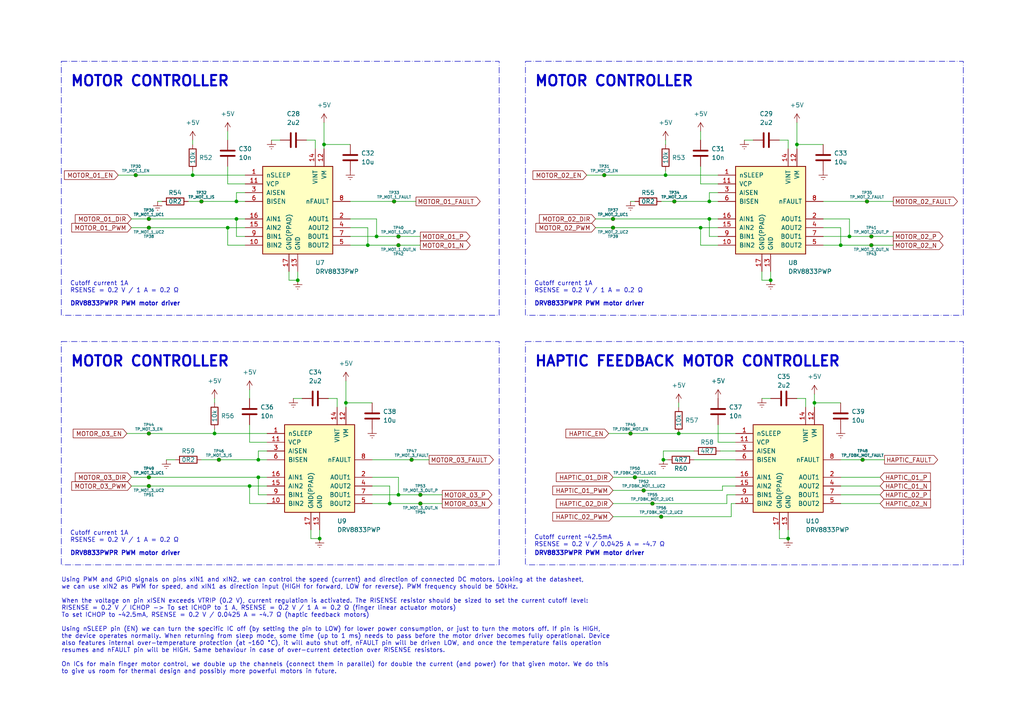
<source format=kicad_sch>
(kicad_sch (version 20230121) (generator eeschema)
  (paper "A4")
  (title_block (title "OpenHand prosthetic hand controller project") (date "2024-01-31") (rev "v1.0") (comment 1 "Aleksa Heler"))
  (lib_symbols
    (symbol "Connector:TestPoint_Small" (pin_numbers hide) (pin_names (offset 0.762) hide)
      (property "Reference" "TP" (at 0 3.81 0))
      (property "Value" "TestPoint_Small" (at 0 2.032 0))
      (symbol "TestPoint_Small_0_1"
        (circle (center 0 0) (radius 0.508))
      )
      (symbol "TestPoint_Small_1_1"
        (pin passive line (at 0 0 90) (length 0) (name "1") (number "1"))
      )
    )
    (symbol "Device:C" (pin_numbers hide) (pin_names (offset 0.254))
      (property "Reference" "C" (at 0.635 2.54 0))
      (property "Value" "C" (at 0.635 -2.54 0))
      (symbol "C_0_1"
        (polyline (pts (xy -2.032 -0.762) (xy 2.032 -0.762)) (stroke (width 0.508)))
        (polyline (pts (xy -2.032 0.762) (xy 2.032 0.762)) (stroke (width 0.508)))
      )
      (symbol "C_1_1"
        (pin passive line (at 0 3.81 270) (length 2.794) (name "~") (number "1"))
        (pin passive line (at 0 -3.81 90) (length 2.794) (name "~") (number "2"))
      )
    )
    (symbol "Device:R" (pin_numbers hide) (pin_names (offset 0))
      (property "Reference" "R" (at 2.032 0 90))
      (property "Value" "R" (at 0 0 90))
      (symbol "R_0_1"
        (rectangle (start -1.016 -2.54) (end 1.016 2.54) (stroke (width 0.254)))
      )
      (symbol "R_1_1"
        (pin passive line (at 0 3.81 270) (length 1.27) (name "~") (number "1"))
        (pin passive line (at 0 -3.81 90) (length 1.27) (name "~") (number "2"))
      )
    )
    (symbol "Driver_Motor:DRV8833PWP" (pin_names (offset 1.016))
      (property "Reference" "U" (at -3.81 16.51 0))
      (property "Value" "DRV8833PWP" (at -3.81 13.97 0))
      (symbol "DRV8833PWP_0_1"
        (rectangle (start -10.16 12.7) (end 10.16 -12.7) (stroke (width 0.254)) (fill (type background)))
      )
      (symbol "DRV8833PWP_1_1"
        (pin input line (at -15.24 10.16 0) (length 5.08) (name "nSLEEP") (number "1"))
        (pin input line (at -15.24 -10.16 0) (length 5.08) (name "BIN2") (number "10"))
        (pin bidirectional line (at -15.24 7.62 0) (length 5.08) (name "VCP") (number "11"))
        (pin power_in line (at 7.62 17.78 270) (length 5.08) (name "VM") (number "12"))
        (pin power_in line (at 0 -17.78 90) (length 5.08) (name "GND") (number "13"))
        (pin power_in line (at 5.08 17.78 270) (length 5.08) (name "VINT") (number "14"))
        (pin input line (at -15.24 -5.08 0) (length 5.08) (name "AIN2") (number "15"))
        (pin input line (at -15.24 -2.54 0) (length 5.08) (name "AIN1") (number "16"))
        (pin power_in line (at -2.54 -17.78 90) (length 5.08) (name "GND(PPAD)") (number "17"))
        (pin power_out line (at 15.24 -2.54 180) (length 5.08) (name "AOUT1") (number "2"))
        (pin bidirectional line (at -15.24 5.08 0) (length 5.08) (name "AISEN") (number "3"))
        (pin power_out line (at 15.24 -5.08 180) (length 5.08) (name "AOUT2") (number "4"))
        (pin power_out line (at 15.24 -10.16 180) (length 5.08) (name "BOUT2") (number "5"))
        (pin bidirectional line (at -15.24 2.54 0) (length 5.08) (name "BISEN") (number "6"))
        (pin power_out line (at 15.24 -7.62 180) (length 5.08) (name "BOUT1") (number "7"))
        (pin open_collector line (at 15.24 2.54 180) (length 5.08) (name "nFAULT") (number "8"))
        (pin input line (at -15.24 -7.62 0) (length 5.08) (name "BIN1") (number "9"))
      )
    )
    (symbol "power:+5V" (power) (pin_names (offset 0))
      (property "Value" "+5V" (at 0 3.556 0))
      (symbol "+5V_0_1"
        (polyline (pts (xy -0.762 1.27) (xy 0 2.54)))
        (polyline (pts (xy 0 0) (xy 0 2.54)))
        (polyline (pts (xy 0 2.54) (xy 0.762 1.27)))
      )
      (symbol "+5V_1_1"
        (pin power_in line (at 0 0 90) (length 0) hide (name "+5V") (number "1"))
      )
    )
    (symbol "power:Earth" (power) (pin_names (offset 0))
      (symbol "Earth_0_1"
        (polyline (pts (xy -0.635 -1.905) (xy 0.635 -1.905)))
        (polyline (pts (xy -0.127 -2.54) (xy 0.127 -2.54)))
        (polyline (pts (xy 0 -1.27) (xy 0 0)))
        (polyline (pts (xy 1.27 -1.27) (xy -1.27 -1.27)))
      )
      (symbol "Earth_1_1"
        (pin power_in line (at 0 0 270) (length 0) hide (name "Earth") (number "1"))
      )
    )
  )
  (junction (at 74.93 138.43))
  (junction (at 193.04 50.8))
  (junction (at 115.57 68.58))
  (junction (at 115.57 71.12))
  (junction (at 205.74 63.5))
  (junction (at 251.46 58.42))
  (junction (at 93.98 41.91))
  (junction (at 191.77 149.86))
  (junction (at 175.26 50.8))
  (junction (at 177.8 66.04))
  (junction (at 68.58 58.42))
  (junction (at 62.23 125.73))
  (junction (at 43.18 66.04))
  (junction (at 192.405 133.35))
  (junction (at 252.73 71.12))
  (junction (at 74.93 133.35))
  (junction (at 55.88 50.8))
  (junction (at 114.3 58.42))
  (junction (at 121.92 143.51))
  (junction (at 205.74 58.42))
  (junction (at 121.92 146.05))
  (junction (at 184.15 138.43))
  (junction (at 250.19 133.35))
  (junction (at 63.5 133.35))
  (junction (at 196.85 125.73))
  (junction (at 243.84 71.12))
  (junction (at 246.38 68.58))
  (junction (at 72.39 140.97))
  (junction (at 113.03 146.05))
  (junction (at 58.42 58.42))
  (junction (at 86.36 81.28))
  (junction (at 195.58 58.42))
  (junction (at 189.23 146.05))
  (junction (at 109.22 68.58))
  (junction (at 43.18 63.5))
  (junction (at 231.14 41.91))
  (junction (at 186.69 142.24))
  (junction (at 252.73 68.58))
  (junction (at 43.18 140.97))
  (junction (at 43.18 138.43))
  (junction (at 43.18 125.73))
  (junction (at 182.88 125.73))
  (junction (at 39.37 50.8))
  (junction (at 119.38 133.35))
  (junction (at 68.58 63.5))
  (junction (at 115.57 143.51))
  (junction (at 223.52 81.28))
  (junction (at 100.33 116.84))
  (junction (at 203.2 66.04))
  (junction (at 92.71 156.21))
  (junction (at 66.04 66.04))
  (junction (at 177.8 63.5))
  (junction (at 236.22 116.84))
  (junction (at 106.68 71.12))
  (junction (at 228.6 156.21))
  (wire (pts (xy 203.2 66.04) (xy 203.2 71.12)))
  (wire (pts (xy 106.68 71.12) (xy 115.57 71.12)))
  (wire (pts (xy 63.5 133.35) (xy 74.93 133.35)))
  (wire (pts (xy 106.68 71.12) (xy 101.6 71.12)))
  (wire (pts (xy 66.04 53.34) (xy 71.12 53.34)))
  (wire (pts (xy 68.58 68.58) (xy 71.12 68.58)))
  (wire (pts (xy 209.55 142.24) (xy 209.55 140.97)))
  (wire (pts (xy 66.04 38.1) (xy 66.04 40.64)))
  (wire (pts (xy 71.12 66.04) (xy 66.04 66.04)))
  (wire (pts (xy 86.36 78.74) (xy 86.36 81.28)))
  (wire (pts (xy 106.68 66.04) (xy 106.68 71.12)))
  (wire (pts (xy 201.295 133.35) (xy 213.36 133.35)))
  (wire (pts (xy 107.95 143.51) (xy 115.57 143.51)))
  (wire (pts (xy 175.26 50.8) (xy 193.04 50.8)))
  (wire (pts (xy 191.77 149.86) (xy 212.09 149.86)))
  (wire (pts (xy 205.74 55.88) (xy 205.74 58.42)))
  (wire (pts (xy 233.68 115.57) (xy 233.68 118.11)))
  (wire (pts (xy 205.74 58.42) (xy 208.28 58.42)))
  (wire (pts (xy 113.03 140.97) (xy 113.03 146.05)))
  (wire (pts (xy 38.1 63.5) (xy 43.18 63.5)))
  (wire (pts (xy 177.8 146.05) (xy 189.23 146.05)))
  (wire (pts (xy 107.95 133.35) (xy 119.38 133.35)))
  (wire (pts (xy 85.09 115.57) (xy 87.63 115.57)))
  (wire (pts (xy 43.18 63.5) (xy 68.58 63.5)))
  (wire (pts (xy 238.76 66.04) (xy 243.84 66.04)))
  (wire (pts (xy 210.82 143.51) (xy 210.82 146.05)))
  (wire (pts (xy 115.57 71.12) (xy 121.92 71.12)))
  (wire (pts (xy 170.18 50.8) (xy 175.26 50.8)))
  (wire (pts (xy 114.3 58.42) (xy 120.65 58.42)))
  (wire (pts (xy 115.57 68.58) (xy 121.92 68.58)))
  (wire (pts (xy 83.82 81.28) (xy 86.36 81.28)))
  (wire (pts (xy 193.04 40.64) (xy 193.04 41.91)))
  (wire (pts (xy 54.61 58.42) (xy 58.42 58.42)))
  (wire (pts (xy 93.98 41.91) (xy 93.98 43.18)))
  (wire (pts (xy 38.1 140.97) (xy 43.18 140.97)))
  (wire (pts (xy 203.2 53.34) (xy 208.28 53.34)))
  (wire (pts (xy 66.04 48.26) (xy 66.04 53.34)))
  (wire (pts (xy 215.9 40.64) (xy 218.44 40.64)))
  (wire (pts (xy 68.58 63.5) (xy 68.58 68.58)))
  (wire (pts (xy 93.98 35.56) (xy 93.98 41.91)))
  (wire (pts (xy 101.6 66.04) (xy 106.68 66.04)))
  (wire (pts (xy 220.98 78.74) (xy 220.98 81.28)))
  (wire (pts (xy 209.55 140.97) (xy 213.36 140.97)))
  (wire (pts (xy 208.28 123.19) (xy 208.28 128.27)))
  (wire (pts (xy 107.95 140.97) (xy 113.03 140.97)))
  (wire (pts (xy 101.6 68.58) (xy 109.22 68.58)))
  (wire (pts (xy 182.88 58.42) (xy 184.15 58.42)))
  (wire (pts (xy 208.915 130.81) (xy 213.36 130.81)))
  (wire (pts (xy 186.69 142.24) (xy 209.55 142.24)))
  (wire (pts (xy 109.22 68.58) (xy 115.57 68.58)))
  (wire (pts (xy 192.405 133.35) (xy 193.675 133.35)))
  (wire (pts (xy 251.46 58.42) (xy 259.08 58.42)))
  (wire (pts (xy 176.53 125.73) (xy 182.88 125.73)))
  (wire (pts (xy 72.39 113.03) (xy 72.39 115.57)))
  (wire (pts (xy 220.98 115.57) (xy 223.52 115.57)))
  (wire (pts (xy 74.93 133.35) (xy 77.47 133.35)))
  (wire (pts (xy 177.8 63.5) (xy 205.74 63.5)))
  (wire (pts (xy 236.22 116.84) (xy 243.84 116.84)))
  (wire (pts (xy 226.06 153.67) (xy 226.06 156.21)))
  (wire (pts (xy 246.38 68.58) (xy 252.73 68.58)))
  (wire (pts (xy 231.14 41.91) (xy 231.14 43.18)))
  (wire (pts (xy 71.12 63.5) (xy 68.58 63.5)))
  (wire (pts (xy 228.6 153.67) (xy 228.6 156.21)))
  (wire (pts (xy 226.06 156.21) (xy 228.6 156.21)))
  (wire (pts (xy 74.93 138.43) (xy 74.93 143.51)))
  (wire (pts (xy 55.88 40.64) (xy 55.88 41.91)))
  (wire (pts (xy 246.38 63.5) (xy 246.38 68.58)))
  (wire (pts (xy 184.15 138.43) (xy 213.36 138.43)))
  (wire (pts (xy 62.23 125.73) (xy 77.47 125.73)))
  (wire (pts (xy 113.03 146.05) (xy 121.92 146.05)))
  (wire (pts (xy 203.2 48.26) (xy 203.2 53.34)))
  (wire (pts (xy 205.74 63.5) (xy 208.28 63.5)))
  (wire (pts (xy 203.2 38.1) (xy 203.2 40.64)))
  (wire (pts (xy 172.72 63.5) (xy 177.8 63.5)))
  (wire (pts (xy 223.52 78.74) (xy 223.52 81.28)))
  (wire (pts (xy 77.47 130.81) (xy 74.93 130.81)))
  (wire (pts (xy 58.42 58.42) (xy 68.58 58.42)))
  (wire (pts (xy 192.405 130.81) (xy 192.405 133.35)))
  (wire (pts (xy 177.8 142.24) (xy 186.69 142.24)))
  (wire (pts (xy 43.18 125.73) (xy 62.23 125.73)))
  (wire (pts (xy 238.76 63.5) (xy 246.38 63.5)))
  (wire (pts (xy 220.98 81.28) (xy 223.52 81.28)))
  (wire (pts (xy 177.8 66.04) (xy 203.2 66.04)))
  (wire (pts (xy 231.14 41.91) (xy 238.76 41.91)))
  (wire (pts (xy 43.18 140.97) (xy 72.39 140.97)))
  (wire (pts (xy 203.2 66.04) (xy 208.28 66.04)))
  (wire (pts (xy 193.04 49.53) (xy 193.04 50.8)))
  (wire (pts (xy 101.6 58.42) (xy 114.3 58.42)))
  (wire (pts (xy 243.84 66.04) (xy 243.84 71.12)))
  (wire (pts (xy 243.84 71.12) (xy 238.76 71.12)))
  (wire (pts (xy 43.18 138.43) (xy 74.93 138.43)))
  (wire (pts (xy 48.26 133.35) (xy 50.8 133.35)))
  (wire (pts (xy 43.18 66.04) (xy 66.04 66.04)))
  (wire (pts (xy 100.33 110.49) (xy 100.33 116.84)))
  (wire (pts (xy 231.14 35.56) (xy 231.14 41.91)))
  (wire (pts (xy 71.12 55.88) (xy 68.58 55.88)))
  (wire (pts (xy 250.19 133.35) (xy 256.54 133.35)))
  (wire (pts (xy 252.73 68.58) (xy 259.08 68.58)))
  (wire (pts (xy 236.22 116.84) (xy 236.22 118.11)))
  (wire (pts (xy 121.92 146.05) (xy 128.27 146.05)))
  (wire (pts (xy 55.88 49.53) (xy 55.88 50.8)))
  (wire (pts (xy 62.23 124.46) (xy 62.23 125.73)))
  (wire (pts (xy 58.42 133.35) (xy 63.5 133.35)))
  (wire (pts (xy 39.37 50.8) (xy 55.88 50.8)))
  (wire (pts (xy 74.93 130.81) (xy 74.93 133.35)))
  (wire (pts (xy 38.1 138.43) (xy 43.18 138.43)))
  (wire (pts (xy 83.82 78.74) (xy 83.82 81.28)))
  (wire (pts (xy 100.33 116.84) (xy 107.95 116.84)))
  (wire (pts (xy 97.79 115.57) (xy 97.79 118.11)))
  (wire (pts (xy 100.33 116.84) (xy 100.33 118.11)))
  (wire (pts (xy 236.22 114.3) (xy 236.22 116.84)))
  (wire (pts (xy 92.71 153.67) (xy 92.71 156.21)))
  (wire (pts (xy 252.73 71.12) (xy 259.08 71.12)))
  (wire (pts (xy 78.74 40.64) (xy 81.28 40.64)))
  (wire (pts (xy 107.95 138.43) (xy 115.57 138.43)))
  (wire (pts (xy 177.8 138.43) (xy 184.15 138.43)))
  (wire (pts (xy 243.84 140.97) (xy 255.27 140.97)))
  (wire (pts (xy 93.98 41.91) (xy 101.6 41.91)))
  (wire (pts (xy 72.39 123.19) (xy 72.39 128.27)))
  (wire (pts (xy 243.84 146.05) (xy 255.27 146.05)))
  (wire (pts (xy 193.04 50.8) (xy 208.28 50.8)))
  (wire (pts (xy 72.39 128.27) (xy 77.47 128.27)))
  (wire (pts (xy 121.92 143.51) (xy 128.27 143.51)))
  (wire (pts (xy 55.88 50.8) (xy 71.12 50.8)))
  (wire (pts (xy 231.14 115.57) (xy 233.68 115.57)))
  (wire (pts (xy 77.47 138.43) (xy 74.93 138.43)))
  (wire (pts (xy 205.74 63.5) (xy 205.74 68.58)))
  (wire (pts (xy 189.23 146.05) (xy 210.82 146.05)))
  (wire (pts (xy 36.83 125.73) (xy 43.18 125.73)))
  (wire (pts (xy 243.84 133.35) (xy 250.19 133.35)))
  (wire (pts (xy 182.88 125.73) (xy 196.85 125.73)))
  (wire (pts (xy 66.04 66.04) (xy 66.04 71.12)))
  (wire (pts (xy 201.295 130.81) (xy 192.405 130.81)))
  (wire (pts (xy 177.8 149.86) (xy 191.77 149.86)))
  (wire (pts (xy 243.84 138.43) (xy 255.27 138.43)))
  (wire (pts (xy 90.17 156.21) (xy 92.71 156.21)))
  (wire (pts (xy 45.72 58.42) (xy 46.99 58.42)))
  (wire (pts (xy 243.84 71.12) (xy 252.73 71.12)))
  (wire (pts (xy 119.38 133.35) (xy 124.46 133.35)))
  (wire (pts (xy 203.2 71.12) (xy 208.28 71.12)))
  (wire (pts (xy 115.57 138.43) (xy 115.57 143.51)))
  (wire (pts (xy 195.58 58.42) (xy 205.74 58.42)))
  (wire (pts (xy 72.39 146.05) (xy 77.47 146.05)))
  (wire (pts (xy 77.47 140.97) (xy 72.39 140.97)))
  (wire (pts (xy 238.76 68.58) (xy 246.38 68.58)))
  (wire (pts (xy 208.28 55.88) (xy 205.74 55.88)))
  (wire (pts (xy 196.85 116.84) (xy 196.85 118.11)))
  (wire (pts (xy 243.84 143.51) (xy 255.27 143.51)))
  (wire (pts (xy 74.93 143.51) (xy 77.47 143.51)))
  (wire (pts (xy 191.77 58.42) (xy 195.58 58.42)))
  (wire (pts (xy 62.23 115.57) (xy 62.23 116.84)))
  (wire (pts (xy 101.6 63.5) (xy 109.22 63.5)))
  (wire (pts (xy 109.22 68.58) (xy 109.22 63.5)))
  (wire (pts (xy 34.29 50.8) (xy 39.37 50.8)))
  (wire (pts (xy 91.44 40.64) (xy 91.44 43.18)))
  (wire (pts (xy 212.09 146.05) (xy 213.36 146.05)))
  (wire (pts (xy 38.1 66.04) (xy 43.18 66.04)))
  (wire (pts (xy 68.58 58.42) (xy 71.12 58.42)))
  (wire (pts (xy 115.57 143.51) (xy 121.92 143.51)))
  (wire (pts (xy 205.74 68.58) (xy 208.28 68.58)))
  (wire (pts (xy 90.17 153.67) (xy 90.17 156.21)))
  (wire (pts (xy 213.36 143.51) (xy 210.82 143.51)))
  (wire (pts (xy 212.09 146.05) (xy 212.09 149.86)))
  (wire (pts (xy 238.76 58.42) (xy 251.46 58.42)))
  (wire (pts (xy 95.25 115.57) (xy 97.79 115.57)))
  (wire (pts (xy 66.04 71.12) (xy 71.12 71.12)))
  (wire (pts (xy 72.39 140.97) (xy 72.39 146.05)))
  (wire (pts (xy 113.03 146.05) (xy 107.95 146.05)))
  (wire (pts (xy 88.9 40.64) (xy 91.44 40.64)))
  (wire (pts (xy 172.72 66.04) (xy 177.8 66.04)))
  (wire (pts (xy 68.58 55.88) (xy 68.58 58.42)))
  (wire (pts (xy 196.85 125.73) (xy 213.36 125.73)))
  (wire (pts (xy 208.28 128.27) (xy 213.36 128.27)))
  (wire (pts (xy 228.6 40.64) (xy 228.6 43.18)))
  (wire (pts (xy 226.06 40.64) (xy 228.6 40.64)))
  (rectangle (start 17.78 99.06) (end 144.78 163.83) (stroke (width 0) (type dash_dot)))
  (rectangle (start 17.78 17.78) (end 144.78 91.44) (stroke (width 0) (type dash_dot)))
  (rectangle (start 152.4 99.06) (end 279.4 163.83) (stroke (width 0) (type dash_dot)))
  (rectangle (start 152.4 17.78) (end 279.4 91.44) (stroke (width 0) (type dash_dot)))
  (text "Cutoff current 1A\nRSENSE = 0.2 V / 1 A = 0.2 Ω" (at 154.94 85.09 0) (effects (font (size 1.27 1.27)) (justify left bottom)))
  (text "MOTOR CONTROLLER" (at 20.32 25.4 0) (effects (font (size 3 3) (thickness 0.6) bold) (justify left bottom)))
  (text "DRV8833PWPR PWM motor driver" (at 154.94 161.29 0) (effects (font (size 1.27 1.27) (thickness 0.254) bold) (justify left bottom)))
  (text "DRV8833PWPR PWM motor driver" (at 20.32 161.29 0) (effects (font (size 1.27 1.27) (thickness 0.254) bold) (justify left bottom)))
  (text "HAPTIC FEEDBACK MOTOR CONTROLLER" (at 154.94 106.68 0) (effects (font (size 3 3) (thickness 0.6) bold) (justify left bottom)))
  (text "Using PWM and GPIO signals on pins xIN1 and xIN2, we can control the speed (current) and direction of connected DC motors. Looking at the datasheet, \nwe can use xIN2 as PWM for speed, and xIN1 as direction input (HIGH for forward, LOW for reverse). PWM frequency should be 50kHz.\n\nWhen the voltage on pin xISEN exceeds VTRIP (0.2 V), current regulation is activated. The RISENSE resistor should be sized to set the current cutoff level:\nRISENSE = 0.2 V / ICHOP -> To set ICHOP to 1 A, RSENSE = 0.2 V / 1 A = 0.2 Ω (finger linear actuator motors)\nTo set ICHOP to ~42.5mA, RSENSE = 0.2 V / 0.0425 A = ~4.7 Ω (haptic feedback motors)\n\nUsing nSLEEP pin (EN) we can turn the specific IC off (by setting the pin to LOW) for lower power consumption, or just to turn the motors off. If pin is HIGH, \nthe device operates normally. When returning from sleep mode, some time (up to 1 ms) needs to pass before the motor driver becomes fully operational. Device \nalso features internal over-temperature protection (at ~160 °C), it will auto shut off, nFAULT pin will be driven LOW, and once the temperature falls operation \nresumes and nFAULT pin will be HIGH. Same behaviour in case of over-current detection over RISENSE resistors.\n\nOn ICs for main finger motor control, we double up the channels (connect them in parallel) for double the current (and power) for that given motor. We do this \nto give us room for thermal design and possibly more powerful motors in future." (at 17.78 195.58 0) (effects (font (size 1.27 1.27)) (justify left bottom)))
  (text "MOTOR CONTROLLER" (at 20.32 106.68 0) (effects (font (size 3 3) (thickness 0.6) bold) (justify left bottom)))
  (text "MOTOR CONTROLLER" (at 154.94 25.4 0) (effects (font (size 3 3) (thickness 0.6) bold) (justify left bottom)))
  (text "DRV8833PWPR PWM motor driver" (at 20.32 88.9 0) (effects (font (size 1.27 1.27) (thickness 0.254) bold) (justify left bottom)))
  (text "Cutoff current 1A\nRSENSE = 0.2 V / 1 A = 0.2 Ω" (at 20.32 85.09 0) (effects (font (size 1.27 1.27)) (justify left bottom)))
  (text "Cutoff current ~42.5mA\nRSENSE = 0.2 V / 0.0425 A = ~4.7 Ω" (at 154.94 158.75 0) (effects (font (size 1.27 1.27)) (justify left bottom)))
  (text "DRV8833PWPR PWM motor driver" (at 154.94 88.9 0) (effects (font (size 1.27 1.27) (thickness 0.254) bold) (justify left bottom)))
  (text "Cutoff current 1A\nRSENSE = 0.2 V / 1 A = 0.2 Ω" (at 20.32 157.48 0) (effects (font (size 1.27 1.27)) (justify left bottom)))
  (global_label "MOTOR_01_DIR" (shape input) (at 38.1 63.5 180) (property "Intersheetrefs" "${INTERSHEET_REFS}" (effects hide)))
  (global_label "MOTOR_01_EN" (shape input) (at 34.29 50.8 180) (property "Intersheetrefs" "${INTERSHEET_REFS}" (effects hide)))
  (global_label "MOTOR_03_N" (shape output) (at 128.27 146.05 0) (property "Intersheetrefs" "${INTERSHEET_REFS}" (effects hide)))
  (global_label "MOTOR_02_N" (shape output) (at 259.08 71.12 0) (property "Intersheetrefs" "${INTERSHEET_REFS}" (effects hide)))
  (global_label "MOTOR_02_EN" (shape input) (at 170.18 50.8 180) (property "Intersheetrefs" "${INTERSHEET_REFS}" (effects hide)))
  (global_label "HAPTIC_02_P" (shape input) (at 255.27 143.51 0) (property "Intersheetrefs" "${INTERSHEET_REFS}" (effects hide)))
  (global_label "HAPTIC_01_DIR" (shape input) (at 177.8 138.43 180) (property "Intersheetrefs" "${INTERSHEET_REFS}" (effects hide)))
  (global_label "MOTOR_02_FAULT" (shape output) (at 259.08 58.42 0) (property "Intersheetrefs" "${INTERSHEET_REFS}" (effects hide)))
  (global_label "HAPTIC_02_DIR" (shape input) (at 177.8 146.05 180) (property "Intersheetrefs" "${INTERSHEET_REFS}" (effects hide)))
  (global_label "HAPTIC_01_P" (shape input) (at 255.27 138.43 0) (property "Intersheetrefs" "${INTERSHEET_REFS}" (effects hide)))
  (global_label "HAPTIC_FAULT" (shape output) (at 256.54 133.35 0) (property "Intersheetrefs" "${INTERSHEET_REFS}" (effects hide)))
  (global_label "MOTOR_01_N" (shape output) (at 121.92 71.12 0) (property "Intersheetrefs" "${INTERSHEET_REFS}" (effects hide)))
  (global_label "MOTOR_01_P" (shape output) (at 121.92 68.58 0) (property "Intersheetrefs" "${INTERSHEET_REFS}" (effects hide)))
  (global_label "MOTOR_03_DIR" (shape input) (at 38.1 138.43 180) (property "Intersheetrefs" "${INTERSHEET_REFS}" (effects hide)))
  (global_label "MOTOR_03_P" (shape output) (at 128.27 143.51 0) (property "Intersheetrefs" "${INTERSHEET_REFS}" (effects hide)))
  (global_label "MOTOR_01_PWM" (shape input) (at 38.1 66.04 180) (property "Intersheetrefs" "${INTERSHEET_REFS}" (effects hide)))
  (global_label "MOTOR_02_PWM" (shape input) (at 172.72 66.04 180) (property "Intersheetrefs" "${INTERSHEET_REFS}" (effects hide)))
  (global_label "HAPTIC_02_PWM" (shape input) (at 177.8 149.86 180) (property "Intersheetrefs" "${INTERSHEET_REFS}" (effects hide)))
  (global_label "HAPTIC_02_N" (shape input) (at 255.27 146.05 0) (property "Intersheetrefs" "${INTERSHEET_REFS}" (effects hide)))
  (global_label "MOTOR_01_FAULT" (shape output) (at 120.65 58.42 0) (property "Intersheetrefs" "${INTERSHEET_REFS}" (effects hide)))
  (global_label "HAPTIC_EN" (shape input) (at 176.53 125.73 180) (property "Intersheetrefs" "${INTERSHEET_REFS}" (effects hide)))
  (global_label "MOTOR_03_PWM" (shape input) (at 38.1 140.97 180) (property "Intersheetrefs" "${INTERSHEET_REFS}" (effects hide)))
  (global_label "HAPTIC_01_PWM" (shape input) (at 177.8 142.24 180) (property "Intersheetrefs" "${INTERSHEET_REFS}" (effects hide)))
  (global_label "HAPTIC_01_N" (shape input) (at 255.27 140.97 0) (property "Intersheetrefs" "${INTERSHEET_REFS}" (effects hide)))
  (global_label "MOTOR_02_P" (shape output) (at 259.08 68.58 0) (property "Intersheetrefs" "${INTERSHEET_REFS}" (effects hide)))
  (global_label "MOTOR_03_EN" (shape input) (at 36.83 125.73 180) (property "Intersheetrefs" "${INTERSHEET_REFS}" (effects hide)))
  (global_label "MOTOR_02_DIR" (shape input) (at 172.72 63.5 180) (property "Intersheetrefs" "${INTERSHEET_REFS}" (effects hide)))
  (global_label "MOTOR_03_FAULT" (shape output) (at 124.46 133.35 0) (property "Intersheetrefs" "${INTERSHEET_REFS}" (effects hide)))
  (symbol (lib_id "power:Earth") (at 223.52 81.28 0) (unit 1)
    (property "Reference" "#PWR085" (effects hide))
    (property "Value" "Earth" (effects hide))
  )
  (symbol (lib_id "Driver_Motor:DRV8833PWP") (at 92.71 135.89 0) (unit 1)
    (property "Reference" "U9" (at 97.79 151.13 0) (effects (justify left)))
    (property "Value" "DRV8833PWP" (at 97.79 153.67 0) (effects (justify left)))
    (property "Footprint" "Package_SO:HTSSOP-16-1EP_4.4x5mm_P0.65mm_EP3.4x5mm_Mask2.46x2.31mm_ThermalVias" (effects hide))
    (property "Datasheet" "http://www.ti.com/lit/ds/symlink/drv8833.pdf" (effects hide))
  )
  (symbol (lib_id "Device:C") (at 101.6 45.72 0) (unit 1)
    (property "Reference" "C32" (at 106.68 44.45 0))
    (property "Value" "10u" (at 106.68 46.99 0))
    (property "Footprint" "Capacitor_SMD:C_0805_2012Metric" (effects hide))
  )
  (symbol (lib_id "Device:C") (at 208.28 119.38 0) (unit 1)
    (property "Reference" "C37" (at 213.36 118.11 0))
    (property "Value" "10n" (at 213.36 120.65 0))
    (property "Footprint" "Capacitor_SMD:C_0805_2012Metric" (effects hide))
  )
  (symbol (lib_id "power:+5V") (at 203.2 38.1 0) (unit 1)
    (property "Reference" "#PWR075" (effects hide))
    (property "Value" "+5V" (at 203.2 33.02 0))
  )
  (symbol (lib_id "Driver_Motor:DRV8833PWP") (at 223.52 60.96 0) (unit 1)
    (property "Reference" "U8" (at 228.6 76.2 0) (effects (justify left)))
    (property "Value" "DRV8833PWP" (at 228.6 78.74 0) (effects (justify left)))
    (property "Footprint" "Package_SO:HTSSOP-16-1EP_4.4x5mm_P0.65mm_EP3.4x5mm_Mask2.46x2.31mm_ThermalVias" (effects hide))
    (property "Datasheet" "http://www.ti.com/lit/ds/symlink/drv8833.pdf" (effects hide))
  )
  (symbol (lib_id "Connector:TestPoint_Small") (at 121.92 146.05 0) (unit 1)
    (property "Reference" "TP54" (at 121.92 148.59 0) (effects (font (size 0.8 0.8))))
    (property "Value" "TP_MOT_3_OUT_N" (at 121.92 147.32 0) (effects (font (size 0.8 0.8))))
    (property "Footprint" "TestPoint:TestPoint_Pad_D1.0mm" (effects hide))
  )
  (symbol (lib_id "power:Earth") (at 243.84 124.46 0) (unit 1)
    (property "Reference" "#PWR095" (effects hide))
    (property "Value" "Earth" (effects hide))
  )
  (symbol (lib_id "power:+5V") (at 93.98 35.56 0) (unit 1)
    (property "Reference" "#PWR072" (effects hide))
    (property "Value" "+5V" (at 93.98 30.48 0))
  )
  (symbol (lib_id "Device:R") (at 62.23 120.65 180) (unit 1)
    (property "Reference" "R56" (at 66.04 120.65 0))
    (property "Value" "10k" (at 62.23 120.65 90))
    (property "Footprint" "Resistor_SMD:R_0805_2012Metric" (effects hide))
  )
  (symbol (lib_id "Connector:TestPoint_Small") (at 182.88 125.73 180) (unit 1)
    (property "Reference" "TP45" (at 182.88 123.19 0) (effects (font (size 0.8 0.8))))
    (property "Value" "TP_FDBK_MOT_EN" (at 182.88 124.46 0) (effects (font (size 0.8 0.8))))
    (property "Footprint" "TestPoint:TestPoint_Pad_D1.0mm" (effects hide))
  )
  (symbol (lib_id "Device:C") (at 238.76 45.72 0) (unit 1)
    (property "Reference" "C33" (at 243.84 44.45 0))
    (property "Value" "10u" (at 243.84 46.99 0))
    (property "Footprint" "Capacitor_SMD:C_0805_2012Metric" (effects hide))
  )
  (symbol (lib_id "power:Earth") (at 192.405 133.35 0) (unit 1)
    (property "Reference" "#PWR097" (effects hide))
    (property "Value" "Earth" (effects hide))
  )
  (symbol (lib_id "Connector:TestPoint_Small") (at 58.42 58.42 180) (unit 1)
    (property "Reference" "TP32" (at 58.42 55.88 0) (effects (font (size 0.8 0.8))))
    (property "Value" "TP_MOT_1_IS" (at 58.42 57.15 0) (effects (font (size 0.8 0.8))))
    (property "Footprint" "TestPoint:TestPoint_Pad_D1.0mm" (effects hide))
  )
  (symbol (lib_id "power:+5V") (at 236.22 114.3 0) (unit 1)
    (property "Reference" "#PWR088" (effects hide))
    (property "Value" "+5V" (at 236.22 109.22 0))
  )
  (symbol (lib_id "Connector:TestPoint_Small") (at 177.8 63.5 180) (unit 1)
    (property "Reference" "TP37" (at 177.8 60.96 0) (effects (font (size 0.8 0.8))))
    (property "Value" "TP_MOT_2_UC1" (at 177.8 62.23 0) (effects (font (size 0.8 0.8))))
    (property "Footprint" "TestPoint:TestPoint_Pad_D1.0mm" (effects hide))
  )
  (symbol (lib_id "Connector:TestPoint_Small") (at 39.37 50.8 180) (unit 1)
    (property "Reference" "TP30" (at 39.37 48.26 0) (effects (font (size 0.8 0.8))))
    (property "Value" "TP_MOT_1_EN" (at 39.37 49.53 0) (effects (font (size 0.8 0.8))))
    (property "Footprint" "TestPoint:TestPoint_Pad_D1.0mm" (effects hide))
  )
  (symbol (lib_id "Connector:TestPoint_Small") (at 115.57 68.58 180) (unit 1)
    (property "Reference" "TP40" (at 115.57 66.04 0) (effects (font (size 0.8 0.8))))
    (property "Value" "TP_MOT_1_OUT_P" (at 115.57 67.31 0) (effects (font (size 0.8 0.8))))
    (property "Footprint" "TestPoint:TestPoint_Pad_D1.0mm" (effects hide))
  )
  (symbol (lib_id "Device:C") (at 91.44 115.57 90) (unit 1)
    (property "Reference" "C34" (at 91.44 107.95 90))
    (property "Value" "2u2" (at 91.44 110.49 90))
    (property "Footprint" "Capacitor_SMD:C_0805_2012Metric" (effects hide))
  )
  (symbol (lib_id "Connector:TestPoint_Small") (at 184.15 138.43 180) (unit 1)
    (property "Reference" "TP50" (at 184.15 135.89 0) (effects (font (size 0.8 0.8))))
    (property "Value" "TP_FDBK_MOT_1_UC1" (at 184.15 137.16 0) (effects (font (size 0.8 0.8))))
    (property "Footprint" "TestPoint:TestPoint_Pad_D1.0mm" (effects hide))
  )
  (symbol (lib_id "power:+5V") (at 72.39 113.03 0) (unit 1)
    (property "Reference" "#PWR087" (effects hide))
    (property "Value" "+5V" (at 72.39 107.95 0))
  )
  (symbol (lib_id "Connector:TestPoint_Small") (at 252.73 71.12 0) (unit 1)
    (property "Reference" "TP43" (at 252.73 73.66 0) (effects (font (size 0.8 0.8))))
    (property "Value" "TP_MOT_2_OUT_N" (at 252.73 72.39 0) (effects (font (size 0.8 0.8))))
    (property "Footprint" "TestPoint:TestPoint_Pad_D1.0mm" (effects hide))
  )
  (symbol (lib_id "power:Earth") (at 220.98 115.57 0) (unit 1)
    (property "Reference" "#PWR092" (effects hide))
    (property "Value" "Earth" (effects hide))
  )
  (symbol (lib_id "Connector:TestPoint_Small") (at 63.5 133.35 180) (unit 1)
    (property "Reference" "TP46" (at 63.5 130.81 0) (effects (font (size 0.8 0.8))))
    (property "Value" "TP_MOT_3_IS" (at 63.5 132.08 0) (effects (font (size 0.8 0.8))))
    (property "Footprint" "TestPoint:TestPoint_Pad_D1.0mm" (effects hide))
  )
  (symbol (lib_id "Device:C") (at 222.25 40.64 90) (unit 1)
    (property "Reference" "C29" (at 222.25 33.02 90))
    (property "Value" "2u2" (at 222.25 35.56 90))
    (property "Footprint" "Capacitor_SMD:C_0805_2012Metric" (effects hide))
  )
  (symbol (lib_id "power:Earth") (at 101.6 49.53 0) (unit 1)
    (property "Reference" "#PWR080" (effects hide))
    (property "Value" "Earth" (effects hide))
  )
  (symbol (lib_id "Device:R") (at 187.96 58.42 90) (unit 1)
    (property "Reference" "R55" (at 187.96 55.88 90))
    (property "Value" "0R2" (at 187.96 58.42 90))
    (property "Footprint" "Resistor_SMD:R_1206_3216Metric" (effects hide))
  )
  (symbol (lib_id "power:Earth") (at 215.9 40.64 0) (unit 1)
    (property "Reference" "#PWR079" (effects hide))
    (property "Value" "Earth" (effects hide))
  )
  (symbol (lib_id "Connector:TestPoint_Small") (at 177.8 66.04 0) (unit 1)
    (property "Reference" "TP39" (at 177.8 68.58 0) (effects (font (size 0.8 0.8))))
    (property "Value" "TP_MOT_2_UC2" (at 177.8 67.31 0) (effects (font (size 0.8 0.8))))
    (property "Footprint" "TestPoint:TestPoint_Pad_D1.0mm" (effects hide))
  )
  (symbol (lib_id "power:+5V") (at 231.14 35.56 0) (unit 1)
    (property "Reference" "#PWR073" (effects hide))
    (property "Value" "+5V" (at 231.14 30.48 0))
  )
  (symbol (lib_id "power:Earth") (at 182.88 58.42 0) (unit 1)
    (property "Reference" "#PWR083" (effects hide))
    (property "Value" "Earth" (effects hide))
  )
  (symbol (lib_id "power:Earth") (at 238.76 49.53 0) (unit 1)
    (property "Reference" "#PWR081" (effects hide))
    (property "Value" "Earth" (effects hide))
  )
  (symbol (lib_id "power:+5V") (at 208.28 115.57 0) (unit 1)
    (property "Reference" "#PWR091" (effects hide))
    (property "Value" "+5V" (at 208.28 110.49 0))
  )
  (symbol (lib_id "Device:R") (at 196.85 121.92 180) (unit 1)
    (property "Reference" "R57" (at 200.66 121.92 0))
    (property "Value" "10k" (at 196.85 121.92 90))
    (property "Footprint" "Resistor_SMD:R_0805_2012Metric" (effects hide))
  )
  (symbol (lib_id "Connector:TestPoint_Small") (at 114.3 58.42 180) (unit 1)
    (property "Reference" "TP33" (at 114.3 55.88 0) (effects (font (size 0.8 0.8))))
    (property "Value" "TP_MOT_1_FAULT" (at 114.3 57.15 0) (effects (font (size 0.8 0.8))))
    (property "Footprint" "TestPoint:TestPoint_Pad_D1.0mm" (effects hide))
  )
  (symbol (lib_id "Driver_Motor:DRV8833PWP") (at 86.36 60.96 0) (unit 1)
    (property "Reference" "U7" (at 91.44 76.2 0) (effects (justify left)))
    (property "Value" "DRV8833PWP" (at 91.44 78.74 0) (effects (justify left)))
    (property "Footprint" "Package_SO:HTSSOP-16-1EP_4.4x5mm_P0.65mm_EP3.4x5mm_Mask2.46x2.31mm_ThermalVias" (effects hide))
    (property "Datasheet" "http://www.ti.com/lit/ds/symlink/drv8833.pdf" (effects hide))
  )
  (symbol (lib_id "power:Earth") (at 92.71 156.21 0) (unit 1)
    (property "Reference" "#PWR098" (effects hide))
    (property "Value" "Earth" (effects hide))
  )
  (symbol (lib_id "Connector:TestPoint_Small") (at 115.57 71.12 0) (unit 1)
    (property "Reference" "TP42" (at 115.57 73.66 0) (effects (font (size 0.8 0.8))))
    (property "Value" "TP_MOT_1_OUT_N" (at 115.57 72.39 0) (effects (font (size 0.8 0.8))))
    (property "Footprint" "TestPoint:TestPoint_Pad_D1.0mm" (effects hide))
  )
  (symbol (lib_id "power:Earth") (at 45.72 58.42 0) (unit 1)
    (property "Reference" "#PWR082" (effects hide))
    (property "Value" "Earth" (effects hide))
  )
  (symbol (lib_id "Device:C") (at 66.04 44.45 0) (unit 1)
    (property "Reference" "C30" (at 71.12 43.18 0))
    (property "Value" "10n" (at 71.12 45.72 0))
    (property "Footprint" "Capacitor_SMD:C_0805_2012Metric" (effects hide))
  )
  (symbol (lib_id "power:Earth") (at 107.95 124.46 0) (unit 1)
    (property "Reference" "#PWR094" (effects hide))
    (property "Value" "Earth" (effects hide))
  )
  (symbol (lib_id "Connector:TestPoint_Small") (at 121.92 143.51 180) (unit 1)
    (property "Reference" "TP53" (at 121.92 140.97 0) (effects (font (size 0.8 0.8))))
    (property "Value" "TP_MOT_3_OUT_P" (at 121.92 142.24 0) (effects (font (size 0.8 0.8))))
    (property "Footprint" "TestPoint:TestPoint_Pad_D1.0mm" (effects hide))
  )
  (symbol (lib_id "Connector:TestPoint_Small") (at 251.46 58.42 180) (unit 1)
    (property "Reference" "TP35" (at 251.46 55.88 0) (effects (font (size 0.8 0.8))))
    (property "Value" "TP_MOT_2_FAULT" (at 251.46 57.15 0) (effects (font (size 0.8 0.8))))
    (property "Footprint" "TestPoint:TestPoint_Pad_D1.0mm" (effects hide))
  )
  (symbol (lib_id "power:Earth") (at 85.09 115.57 0) (unit 1)
    (property "Reference" "#PWR090" (effects hide))
    (property "Value" "Earth" (effects hide))
  )
  (symbol (lib_id "Connector:TestPoint_Small") (at 43.18 140.97 0) (unit 1)
    (property "Reference" "TP51" (at 43.18 143.51 0) (effects (font (size 0.8 0.8))))
    (property "Value" "TP_MOT_3_UC2" (at 43.18 142.24 0) (effects (font (size 0.8 0.8))))
    (property "Footprint" "TestPoint:TestPoint_Pad_D1.0mm" (effects hide))
  )
  (symbol (lib_id "Device:C") (at 227.33 115.57 90) (unit 1)
    (property "Reference" "C35" (at 227.33 109.22 90))
    (property "Value" "2u2" (at 227.33 111.76 90))
    (property "Footprint" "Capacitor_SMD:C_0805_2012Metric" (effects hide))
  )
  (symbol (lib_id "power:+5V") (at 193.04 40.64 0) (unit 1)
    (property "Reference" "#PWR078" (effects hide))
    (property "Value" "+5V" (at 193.04 35.56 0))
  )
  (symbol (lib_id "Device:C") (at 72.39 119.38 0) (unit 1)
    (property "Reference" "C36" (at 77.47 118.11 0))
    (property "Value" "10n" (at 77.47 120.65 0))
    (property "Footprint" "Capacitor_SMD:C_0805_2012Metric" (effects hide))
  )
  (symbol (lib_id "power:Earth") (at 48.26 133.35 0) (unit 1)
    (property "Reference" "#PWR096" (effects hide))
    (property "Value" "Earth" (effects hide))
  )
  (symbol (lib_id "Device:R") (at 50.8 58.42 90) (unit 1)
    (property "Reference" "R54" (at 50.8 55.88 90))
    (property "Value" "0R2" (at 50.8 58.42 90))
    (property "Footprint" "Resistor_SMD:R_1206_3216Metric" (effects hide))
  )
  (symbol (lib_id "Connector:TestPoint_Small") (at 119.38 133.35 180) (unit 1)
    (property "Reference" "TP47" (at 119.38 130.81 0) (effects (font (size 0.8 0.8))))
    (property "Value" "TP_MOT_3_FAULT" (at 119.38 132.08 0) (effects (font (size 0.8 0.8))))
    (property "Footprint" "TestPoint:TestPoint_Pad_D1.0mm" (effects hide))
  )
  (symbol (lib_id "power:+5V") (at 66.04 38.1 0) (unit 1)
    (property "Reference" "#PWR074" (effects hide))
    (property "Value" "+5V" (at 66.04 33.02 0))
  )
  (symbol (lib_id "power:+5V") (at 196.85 116.84 0) (unit 1)
    (property "Reference" "#PWR093" (effects hide))
    (property "Value" "+5V" (at 196.85 111.76 0))
  )
  (symbol (lib_id "Connector:TestPoint_Small") (at 250.19 133.35 180) (unit 1)
    (property "Reference" "TP48" (at 250.19 130.81 0) (effects (font (size 0.8 0.8))))
    (property "Value" "TP_FDBK_MOT_FAULT" (at 250.19 132.08 0) (effects (font (size 0.8 0.8))))
    (property "Footprint" "TestPoint:TestPoint_Pad_D1.0mm" (effects hide))
  )
  (symbol (lib_id "power:+5V") (at 100.33 110.49 0) (unit 1)
    (property "Reference" "#PWR086" (effects hide))
    (property "Value" "+5V" (at 100.33 105.41 0))
  )
  (symbol (lib_id "power:Earth") (at 78.74 40.64 0) (unit 1)
    (property "Reference" "#PWR077" (effects hide))
    (property "Value" "Earth" (effects hide))
  )
  (symbol (lib_id "Connector:TestPoint_Small") (at 195.58 58.42 180) (unit 1)
    (property "Reference" "TP34" (at 195.58 55.88 0) (effects (font (size 0.8 0.8))))
    (property "Value" "TP_MOT_2_IS" (at 195.58 57.15 0) (effects (font (size 0.8 0.8))))
    (property "Footprint" "TestPoint:TestPoint_Pad_D1.0mm" (effects hide))
  )
  (symbol (lib_id "Connector:TestPoint_Small") (at 189.23 146.05 180) (unit 1)
    (property "Reference" "TP55" (at 189.23 143.51 0) (effects (font (size 0.8 0.8))))
    (property "Value" "TP_FDBK_MOT_2_UC1" (at 189.23 144.78 0) (effects (font (size 0.8 0.8))))
    (property "Footprint" "TestPoint:TestPoint_Pad_D1.0mm" (effects hide))
  )
  (symbol (lib_id "Connector:TestPoint_Small") (at 43.18 125.73 180) (unit 1)
    (property "Reference" "TP44" (at 43.18 123.19 0) (effects (font (size 0.8 0.8))))
    (property "Value" "TP_MOT_3_EN" (at 43.18 124.46 0) (effects (font (size 0.8 0.8))))
    (property "Footprint" "TestPoint:TestPoint_Pad_D1.0mm" (effects hide))
  )
  (symbol (lib_id "Connector:TestPoint_Small") (at 43.18 66.04 0) (unit 1)
    (property "Reference" "TP38" (at 43.18 68.58 0) (effects (font (size 0.8 0.8))))
    (property "Value" "TP_MOT_1_UC2" (at 43.18 67.31 0) (effects (font (size 0.8 0.8))))
    (property "Footprint" "TestPoint:TestPoint_Pad_D1.0mm" (effects hide))
  )
  (symbol (lib_id "Connector:TestPoint_Small") (at 43.18 138.43 180) (unit 1)
    (property "Reference" "TP49" (at 43.18 135.89 0) (effects (font (size 0.8 0.8))))
    (property "Value" "TP_MOT_3_UC1" (at 43.18 137.16 0) (effects (font (size 0.8 0.8))))
    (property "Footprint" "TestPoint:TestPoint_Pad_D1.0mm" (effects hide))
  )
  (symbol (lib_id "Connector:TestPoint_Small") (at 175.26 50.8 180) (unit 1)
    (property "Reference" "TP31" (at 175.26 48.26 0) (effects (font (size 0.8 0.8))))
    (property "Value" "TP_MOT_2_EN" (at 175.26 49.53 0) (effects (font (size 0.8 0.8))))
    (property "Footprint" "TestPoint:TestPoint_Pad_D1.0mm" (effects hide))
  )
  (symbol (lib_id "Device:R") (at 55.88 45.72 180) (unit 1)
    (property "Reference" "R52" (at 59.69 45.72 0))
    (property "Value" "10k" (at 55.88 45.72 90))
    (property "Footprint" "Resistor_SMD:R_0805_2012Metric" (effects hide))
  )
  (symbol (lib_id "Connector:TestPoint_Small") (at 191.77 149.86 180) (unit 1)
    (property "Reference" "TP56" (at 191.77 147.32 0) (effects (font (size 0.8 0.8))))
    (property "Value" "TP_FDBK_MOT_2_UC2" (at 191.77 148.59 0) (effects (font (size 0.8 0.8))))
    (property "Footprint" "TestPoint:TestPoint_Pad_D1.0mm" (effects hide))
  )
  (symbol (lib_id "Device:R") (at 54.61 133.35 90) (unit 1)
    (property "Reference" "R59" (at 54.61 130.81 90))
    (property "Value" "0R2" (at 54.61 133.35 90))
    (property "Footprint" "Resistor_SMD:R_1206_3216Metric" (effects hide))
  )
  (symbol (lib_id "Connector:TestPoint_Small") (at 186.69 142.24 180) (unit 1)
    (property "Reference" "TP52" (at 186.69 139.7 0) (effects (font (size 0.8 0.8))))
    (property "Value" "TP_FDBK_MOT_1_UC2" (at 186.69 140.97 0) (effects (font (size 0.8 0.8))))
    (property "Footprint" "TestPoint:TestPoint_Pad_D1.0mm" (effects hide))
  )
  (symbol (lib_id "Device:C") (at 85.09 40.64 90) (unit 1)
    (property "Reference" "C28" (at 85.09 33.02 90))
    (property "Value" "2u2" (at 85.09 35.56 90))
    (property "Footprint" "Capacitor_SMD:C_0805_2012Metric" (effects hide))
  )
  (symbol (lib_id "Connector:TestPoint_Small") (at 252.73 68.58 180) (unit 1)
    (property "Reference" "TP41" (at 252.73 66.04 0) (effects (font (size 0.8 0.8))))
    (property "Value" "TP_MOT_2_OUT_P" (at 252.73 67.31 0) (effects (font (size 0.8 0.8))))
    (property "Footprint" "TestPoint:TestPoint_Pad_D1.0mm" (effects hide))
  )
  (symbol (lib_id "Device:C") (at 203.2 44.45 0) (unit 1)
    (property "Reference" "C31" (at 208.28 43.18 0))
    (property "Value" "10n" (at 208.28 45.72 0))
    (property "Footprint" "Capacitor_SMD:C_0805_2012Metric" (effects hide))
  )
  (symbol (lib_id "power:Earth") (at 86.36 81.28 0) (unit 1)
    (property "Reference" "#PWR084" (effects hide))
    (property "Value" "Earth" (effects hide))
  )
  (symbol (lib_id "power:+5V") (at 55.88 40.64 0) (unit 1)
    (property "Reference" "#PWR076" (effects hide))
    (property "Value" "+5V" (at 55.88 35.56 0))
  )
  (symbol (lib_id "power:Earth") (at 228.6 156.21 0) (unit 1)
    (property "Reference" "#PWR099" (effects hide))
    (property "Value" "Earth" (effects hide))
  )
  (symbol (lib_id "Driver_Motor:DRV8833PWP") (at 228.6 135.89 0) (unit 1)
    (property "Reference" "U10" (at 233.68 151.13 0) (effects (justify left)))
    (property "Value" "DRV8833PWP" (at 233.68 153.67 0) (effects (justify left)))
    (property "Footprint" "Package_SO:HTSSOP-16-1EP_4.4x5mm_P0.65mm_EP3.4x5mm_Mask2.46x2.31mm_ThermalVias" (effects hide))
    (property "Datasheet" "http://www.ti.com/lit/ds/symlink/drv8833.pdf" (effects hide))
  )
  (symbol (lib_id "Device:C") (at 107.95 120.65 0) (unit 1)
    (property "Reference" "C38" (at 113.03 119.38 0))
    (property "Value" "10u" (at 113.03 121.92 0))
    (property "Footprint" "Capacitor_SMD:C_0805_2012Metric" (effects hide))
  )
  (symbol (lib_id "Connector:TestPoint_Small") (at 43.18 63.5 180) (unit 1)
    (property "Reference" "TP36" (at 43.18 60.96 0) (effects (font (size 0.8 0.8))))
    (property "Value" "TP_MOT_1_UC1" (at 43.18 62.23 0) (effects (font (size 0.8 0.8))))
    (property "Footprint" "TestPoint:TestPoint_Pad_D1.0mm" (effects hide))
  )
  (symbol (lib_id "Device:R") (at 197.485 133.35 90) (unit 1)
    (property "Reference" "R60" (at 197.485 135.89 90))
    (property "Value" "4R7" (at 197.485 133.35 90))
    (property "Footprint" "Resistor_SMD:R_1206_3216Metric" (effects hide))
  )
  (symbol (lib_id "Device:C") (at 243.84 120.65 0) (unit 1)
    (property "Reference" "C39" (at 248.92 119.38 0))
    (property "Value" "10u" (at 248.92 121.92 0))
    (property "Footprint" "Capacitor_SMD:C_0805_2012Metric" (effects hide))
  )
  (symbol (lib_id "power:+5V") (at 62.23 115.57 0) (unit 1)
    (property "Reference" "#PWR089" (effects hide))
    (property "Value" "+5V" (at 62.23 110.49 0))
  )
  (symbol (lib_id "Device:R") (at 193.04 45.72 180) (unit 1)
    (property "Reference" "R53" (at 196.85 45.72 0))
    (property "Value" "10k" (at 193.04 45.72 90))
    (property "Footprint" "Resistor_SMD:R_0805_2012Metric" (effects hide))
  )
  (symbol (lib_id "Device:R") (at 205.105 130.81 90) (unit 1)
    (property "Reference" "R58" (at 205.105 128.27 90))
    (property "Value" "4R7" (at 205.105 130.81 90))
    (property "Footprint" "Resistor_SMD:R_1206_3216Metric" (effects hide))
  )
)
</source>
